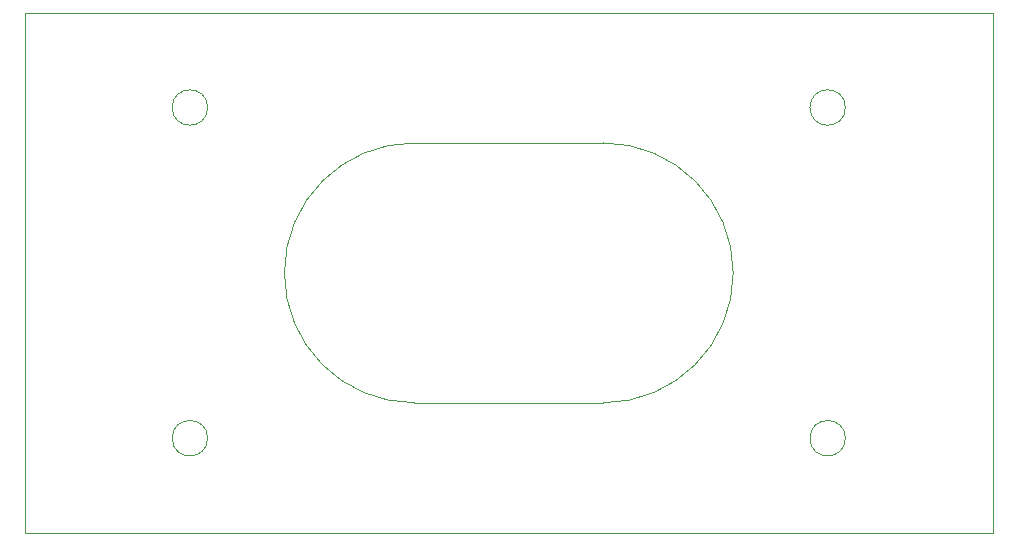
<source format=gbr>
%TF.GenerationSoftware,KiCad,Pcbnew,(5.1.6)-1*%
%TF.CreationDate,2021-04-28T12:41:24+02:00*%
%TF.ProjectId,combi_button,636f6d62-695f-4627-9574-746f6e2e6b69,rev?*%
%TF.SameCoordinates,Original*%
%TF.FileFunction,Profile,NP*%
%FSLAX46Y46*%
G04 Gerber Fmt 4.6, Leading zero omitted, Abs format (unit mm)*
G04 Created by KiCad (PCBNEW (5.1.6)-1) date 2021-04-28 12:41:24*
%MOMM*%
%LPD*%
G01*
G04 APERTURE LIST*
%TA.AperFunction,Profile*%
%ADD10C,0.050000*%
%TD*%
G04 APERTURE END LIST*
D10*
X92000000Y-111000000D02*
G75*
G02*
X92000000Y-89000000I0J11000000D01*
G01*
X108000000Y-89000000D02*
G75*
G02*
X108000000Y-111000000I0J-11000000D01*
G01*
X92000000Y-111000000D02*
X108000000Y-111000000D01*
X92000000Y-89000000D02*
X108000000Y-89000000D01*
X59000000Y-122000000D02*
X59000000Y-78000000D01*
X141000000Y-122000000D02*
X141000000Y-78000000D01*
X59000000Y-78000000D02*
X141000000Y-78000000D01*
X59000000Y-122000000D02*
X141000000Y-122000000D01*
X74500000Y-86000000D02*
G75*
G03*
X74500000Y-86000000I-1500000J0D01*
G01*
X74500000Y-114000000D02*
G75*
G03*
X74500000Y-114000000I-1500000J0D01*
G01*
X128500000Y-114000000D02*
G75*
G03*
X128500000Y-114000000I-1500000J0D01*
G01*
X128500000Y-86000000D02*
G75*
G03*
X128500000Y-86000000I-1500000J0D01*
G01*
M02*

</source>
